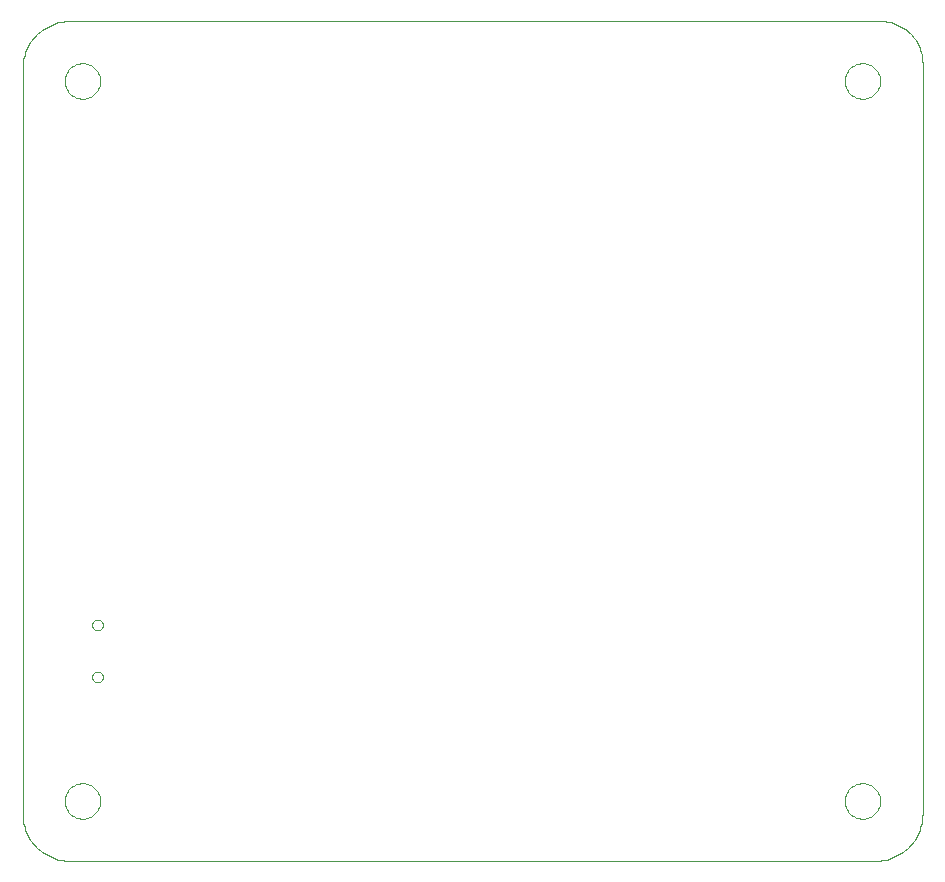
<source format=gko>
G75*
G70*
%OFA0B0*%
%FSLAX24Y24*%
%IPPOS*%
%LPD*%
%AMOC8*
5,1,8,0,0,1.08239X$1,22.5*
%
%ADD10C,0.0000*%
D10*
X003261Y002680D02*
X030099Y002680D01*
X030177Y002682D01*
X030254Y002688D01*
X030331Y002697D01*
X030407Y002710D01*
X030483Y002727D01*
X030558Y002748D01*
X030632Y002772D01*
X030704Y002800D01*
X030775Y002832D01*
X030844Y002867D01*
X030912Y002905D01*
X030977Y002946D01*
X031041Y002991D01*
X031102Y003039D01*
X031161Y003090D01*
X031217Y003143D01*
X031270Y003199D01*
X031321Y003258D01*
X031369Y003319D01*
X031414Y003383D01*
X031455Y003448D01*
X031493Y003516D01*
X031528Y003585D01*
X031560Y003656D01*
X031588Y003728D01*
X031612Y003802D01*
X031633Y003877D01*
X031650Y003953D01*
X031663Y004029D01*
X031672Y004106D01*
X031678Y004183D01*
X031680Y004261D01*
X031680Y029266D01*
X031678Y029340D01*
X031672Y029414D01*
X031663Y029487D01*
X031649Y029560D01*
X031632Y029632D01*
X031611Y029703D01*
X031586Y029773D01*
X031558Y029841D01*
X031526Y029908D01*
X031491Y029973D01*
X031452Y030036D01*
X031410Y030097D01*
X031365Y030156D01*
X031317Y030212D01*
X031266Y030266D01*
X031212Y030317D01*
X031156Y030365D01*
X031097Y030410D01*
X031036Y030452D01*
X030973Y030491D01*
X030908Y030526D01*
X030841Y030558D01*
X030773Y030586D01*
X030703Y030611D01*
X030632Y030632D01*
X030560Y030649D01*
X030487Y030663D01*
X030414Y030672D01*
X030340Y030678D01*
X030266Y030680D01*
X003261Y030680D01*
X003183Y030678D01*
X003106Y030672D01*
X003029Y030663D01*
X002953Y030650D01*
X002877Y030633D01*
X002802Y030612D01*
X002728Y030588D01*
X002656Y030560D01*
X002585Y030528D01*
X002516Y030493D01*
X002448Y030455D01*
X002383Y030414D01*
X002319Y030369D01*
X002258Y030321D01*
X002199Y030270D01*
X002143Y030217D01*
X002090Y030161D01*
X002039Y030102D01*
X001991Y030041D01*
X001946Y029977D01*
X001905Y029912D01*
X001867Y029844D01*
X001832Y029775D01*
X001800Y029704D01*
X001772Y029632D01*
X001748Y029558D01*
X001727Y029483D01*
X001710Y029407D01*
X001697Y029331D01*
X001688Y029254D01*
X001682Y029177D01*
X001680Y029099D01*
X001680Y004261D01*
X001682Y004183D01*
X001688Y004106D01*
X001697Y004029D01*
X001710Y003953D01*
X001727Y003877D01*
X001748Y003802D01*
X001772Y003728D01*
X001800Y003656D01*
X001832Y003585D01*
X001867Y003516D01*
X001905Y003448D01*
X001946Y003383D01*
X001991Y003319D01*
X002039Y003258D01*
X002090Y003199D01*
X002143Y003143D01*
X002199Y003090D01*
X002258Y003039D01*
X002319Y002991D01*
X002383Y002946D01*
X002448Y002905D01*
X002516Y002867D01*
X002585Y002832D01*
X002656Y002800D01*
X002728Y002772D01*
X002802Y002748D01*
X002877Y002727D01*
X002953Y002710D01*
X003029Y002697D01*
X003106Y002688D01*
X003183Y002682D01*
X003261Y002680D01*
X003089Y004680D02*
X003091Y004728D01*
X003097Y004776D01*
X003107Y004823D01*
X003120Y004869D01*
X003138Y004914D01*
X003158Y004958D01*
X003183Y005000D01*
X003211Y005039D01*
X003241Y005076D01*
X003275Y005110D01*
X003312Y005142D01*
X003350Y005171D01*
X003391Y005196D01*
X003434Y005218D01*
X003479Y005236D01*
X003525Y005250D01*
X003572Y005261D01*
X003620Y005268D01*
X003668Y005271D01*
X003716Y005270D01*
X003764Y005265D01*
X003812Y005256D01*
X003858Y005244D01*
X003903Y005227D01*
X003947Y005207D01*
X003989Y005184D01*
X004029Y005157D01*
X004067Y005127D01*
X004102Y005094D01*
X004134Y005058D01*
X004164Y005020D01*
X004190Y004979D01*
X004212Y004936D01*
X004232Y004892D01*
X004247Y004847D01*
X004259Y004800D01*
X004267Y004752D01*
X004271Y004704D01*
X004271Y004656D01*
X004267Y004608D01*
X004259Y004560D01*
X004247Y004513D01*
X004232Y004468D01*
X004212Y004424D01*
X004190Y004381D01*
X004164Y004340D01*
X004134Y004302D01*
X004102Y004266D01*
X004067Y004233D01*
X004029Y004203D01*
X003989Y004176D01*
X003947Y004153D01*
X003903Y004133D01*
X003858Y004116D01*
X003812Y004104D01*
X003764Y004095D01*
X003716Y004090D01*
X003668Y004089D01*
X003620Y004092D01*
X003572Y004099D01*
X003525Y004110D01*
X003479Y004124D01*
X003434Y004142D01*
X003391Y004164D01*
X003350Y004189D01*
X003312Y004218D01*
X003275Y004250D01*
X003241Y004284D01*
X003211Y004321D01*
X003183Y004360D01*
X003158Y004402D01*
X003138Y004446D01*
X003120Y004491D01*
X003107Y004537D01*
X003097Y004584D01*
X003091Y004632D01*
X003089Y004680D01*
X004003Y008814D02*
X004005Y008840D01*
X004011Y008866D01*
X004021Y008891D01*
X004034Y008914D01*
X004050Y008934D01*
X004070Y008952D01*
X004092Y008967D01*
X004115Y008979D01*
X004141Y008987D01*
X004167Y008991D01*
X004193Y008991D01*
X004219Y008987D01*
X004245Y008979D01*
X004269Y008967D01*
X004290Y008952D01*
X004310Y008934D01*
X004326Y008914D01*
X004339Y008891D01*
X004349Y008866D01*
X004355Y008840D01*
X004357Y008814D01*
X004355Y008788D01*
X004349Y008762D01*
X004339Y008737D01*
X004326Y008714D01*
X004310Y008694D01*
X004290Y008676D01*
X004268Y008661D01*
X004245Y008649D01*
X004219Y008641D01*
X004193Y008637D01*
X004167Y008637D01*
X004141Y008641D01*
X004115Y008649D01*
X004091Y008661D01*
X004070Y008676D01*
X004050Y008694D01*
X004034Y008714D01*
X004021Y008737D01*
X004011Y008762D01*
X004005Y008788D01*
X004003Y008814D01*
X004003Y010546D02*
X004005Y010572D01*
X004011Y010598D01*
X004021Y010623D01*
X004034Y010646D01*
X004050Y010666D01*
X004070Y010684D01*
X004092Y010699D01*
X004115Y010711D01*
X004141Y010719D01*
X004167Y010723D01*
X004193Y010723D01*
X004219Y010719D01*
X004245Y010711D01*
X004269Y010699D01*
X004290Y010684D01*
X004310Y010666D01*
X004326Y010646D01*
X004339Y010623D01*
X004349Y010598D01*
X004355Y010572D01*
X004357Y010546D01*
X004355Y010520D01*
X004349Y010494D01*
X004339Y010469D01*
X004326Y010446D01*
X004310Y010426D01*
X004290Y010408D01*
X004268Y010393D01*
X004245Y010381D01*
X004219Y010373D01*
X004193Y010369D01*
X004167Y010369D01*
X004141Y010373D01*
X004115Y010381D01*
X004091Y010393D01*
X004070Y010408D01*
X004050Y010426D01*
X004034Y010446D01*
X004021Y010469D01*
X004011Y010494D01*
X004005Y010520D01*
X004003Y010546D01*
X003089Y028680D02*
X003091Y028728D01*
X003097Y028776D01*
X003107Y028823D01*
X003120Y028869D01*
X003138Y028914D01*
X003158Y028958D01*
X003183Y029000D01*
X003211Y029039D01*
X003241Y029076D01*
X003275Y029110D01*
X003312Y029142D01*
X003350Y029171D01*
X003391Y029196D01*
X003434Y029218D01*
X003479Y029236D01*
X003525Y029250D01*
X003572Y029261D01*
X003620Y029268D01*
X003668Y029271D01*
X003716Y029270D01*
X003764Y029265D01*
X003812Y029256D01*
X003858Y029244D01*
X003903Y029227D01*
X003947Y029207D01*
X003989Y029184D01*
X004029Y029157D01*
X004067Y029127D01*
X004102Y029094D01*
X004134Y029058D01*
X004164Y029020D01*
X004190Y028979D01*
X004212Y028936D01*
X004232Y028892D01*
X004247Y028847D01*
X004259Y028800D01*
X004267Y028752D01*
X004271Y028704D01*
X004271Y028656D01*
X004267Y028608D01*
X004259Y028560D01*
X004247Y028513D01*
X004232Y028468D01*
X004212Y028424D01*
X004190Y028381D01*
X004164Y028340D01*
X004134Y028302D01*
X004102Y028266D01*
X004067Y028233D01*
X004029Y028203D01*
X003989Y028176D01*
X003947Y028153D01*
X003903Y028133D01*
X003858Y028116D01*
X003812Y028104D01*
X003764Y028095D01*
X003716Y028090D01*
X003668Y028089D01*
X003620Y028092D01*
X003572Y028099D01*
X003525Y028110D01*
X003479Y028124D01*
X003434Y028142D01*
X003391Y028164D01*
X003350Y028189D01*
X003312Y028218D01*
X003275Y028250D01*
X003241Y028284D01*
X003211Y028321D01*
X003183Y028360D01*
X003158Y028402D01*
X003138Y028446D01*
X003120Y028491D01*
X003107Y028537D01*
X003097Y028584D01*
X003091Y028632D01*
X003089Y028680D01*
X029089Y028680D02*
X029091Y028728D01*
X029097Y028776D01*
X029107Y028823D01*
X029120Y028869D01*
X029138Y028914D01*
X029158Y028958D01*
X029183Y029000D01*
X029211Y029039D01*
X029241Y029076D01*
X029275Y029110D01*
X029312Y029142D01*
X029350Y029171D01*
X029391Y029196D01*
X029434Y029218D01*
X029479Y029236D01*
X029525Y029250D01*
X029572Y029261D01*
X029620Y029268D01*
X029668Y029271D01*
X029716Y029270D01*
X029764Y029265D01*
X029812Y029256D01*
X029858Y029244D01*
X029903Y029227D01*
X029947Y029207D01*
X029989Y029184D01*
X030029Y029157D01*
X030067Y029127D01*
X030102Y029094D01*
X030134Y029058D01*
X030164Y029020D01*
X030190Y028979D01*
X030212Y028936D01*
X030232Y028892D01*
X030247Y028847D01*
X030259Y028800D01*
X030267Y028752D01*
X030271Y028704D01*
X030271Y028656D01*
X030267Y028608D01*
X030259Y028560D01*
X030247Y028513D01*
X030232Y028468D01*
X030212Y028424D01*
X030190Y028381D01*
X030164Y028340D01*
X030134Y028302D01*
X030102Y028266D01*
X030067Y028233D01*
X030029Y028203D01*
X029989Y028176D01*
X029947Y028153D01*
X029903Y028133D01*
X029858Y028116D01*
X029812Y028104D01*
X029764Y028095D01*
X029716Y028090D01*
X029668Y028089D01*
X029620Y028092D01*
X029572Y028099D01*
X029525Y028110D01*
X029479Y028124D01*
X029434Y028142D01*
X029391Y028164D01*
X029350Y028189D01*
X029312Y028218D01*
X029275Y028250D01*
X029241Y028284D01*
X029211Y028321D01*
X029183Y028360D01*
X029158Y028402D01*
X029138Y028446D01*
X029120Y028491D01*
X029107Y028537D01*
X029097Y028584D01*
X029091Y028632D01*
X029089Y028680D01*
X029089Y004680D02*
X029091Y004728D01*
X029097Y004776D01*
X029107Y004823D01*
X029120Y004869D01*
X029138Y004914D01*
X029158Y004958D01*
X029183Y005000D01*
X029211Y005039D01*
X029241Y005076D01*
X029275Y005110D01*
X029312Y005142D01*
X029350Y005171D01*
X029391Y005196D01*
X029434Y005218D01*
X029479Y005236D01*
X029525Y005250D01*
X029572Y005261D01*
X029620Y005268D01*
X029668Y005271D01*
X029716Y005270D01*
X029764Y005265D01*
X029812Y005256D01*
X029858Y005244D01*
X029903Y005227D01*
X029947Y005207D01*
X029989Y005184D01*
X030029Y005157D01*
X030067Y005127D01*
X030102Y005094D01*
X030134Y005058D01*
X030164Y005020D01*
X030190Y004979D01*
X030212Y004936D01*
X030232Y004892D01*
X030247Y004847D01*
X030259Y004800D01*
X030267Y004752D01*
X030271Y004704D01*
X030271Y004656D01*
X030267Y004608D01*
X030259Y004560D01*
X030247Y004513D01*
X030232Y004468D01*
X030212Y004424D01*
X030190Y004381D01*
X030164Y004340D01*
X030134Y004302D01*
X030102Y004266D01*
X030067Y004233D01*
X030029Y004203D01*
X029989Y004176D01*
X029947Y004153D01*
X029903Y004133D01*
X029858Y004116D01*
X029812Y004104D01*
X029764Y004095D01*
X029716Y004090D01*
X029668Y004089D01*
X029620Y004092D01*
X029572Y004099D01*
X029525Y004110D01*
X029479Y004124D01*
X029434Y004142D01*
X029391Y004164D01*
X029350Y004189D01*
X029312Y004218D01*
X029275Y004250D01*
X029241Y004284D01*
X029211Y004321D01*
X029183Y004360D01*
X029158Y004402D01*
X029138Y004446D01*
X029120Y004491D01*
X029107Y004537D01*
X029097Y004584D01*
X029091Y004632D01*
X029089Y004680D01*
M02*

</source>
